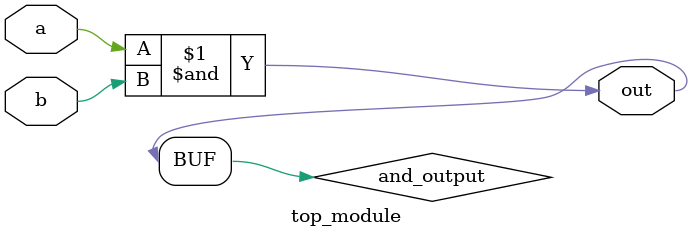
<source format=sv>
module top_module(
    input a,
    input b,
    output out
);

    // Declare a wire to represent the output of the logical AND operation
    wire and_output;

    // Implement the logical AND gate
    assign and_output = a & b;

    // Assign the output of the AND gate to the output port
    assign out = and_output;

endmodule

</source>
